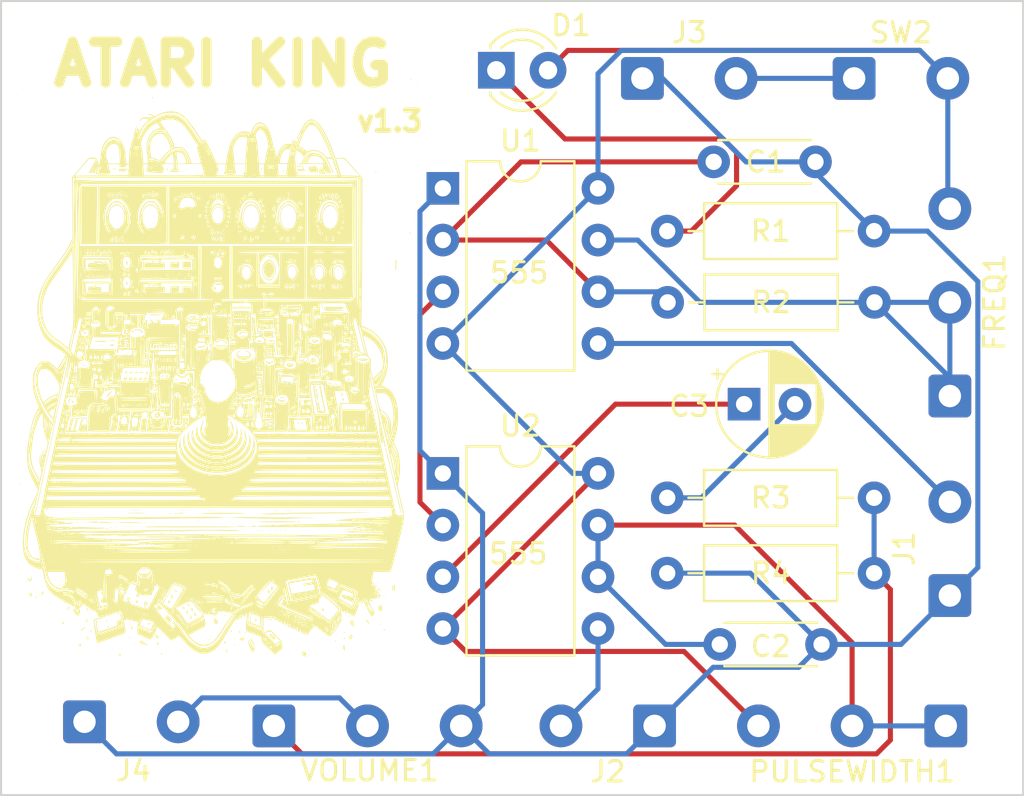
<source format=kicad_pcb>
(kicad_pcb (version 20211014) (generator pcbnew)
  (layers (0 "F.Cu" signal) (31 "B.Cu" signal) (34 "B.Paste" user) (35 "F.Paste" user) (36 "B.SilkS" user "B.Silkscreen") (37 "F.SilkS" user "F.Silkscreen") (38 "B.Mask" user) (39 "F.Mask" user) (44 "Edge.Cuts" user))
  (net 0 "")
  (net 1 "GND")
  (net 2 "Net-(D1-Pad1)")
  (net 3 "/PWR")
  (net 4 "+9V")
  (net 5 "Net-(C1-Pad2)")
  (net 6 "Net-(FREQ1-Pad2)")
  (net 7 "Net-(J1-PadT)")
  (net 8 "Net-(J2-PadT)")
  (net 9 "Net-(J4-PadT)")
  (net 10 "Net-(R3-Pad2)")
  (net 11 "Net-(U1-Pad3)")
  (net 12 "Net-(PULSEWIDTH1-Pad1)")
  (net 13 "Net-(U2-Pad3)")
  (net 14 "Net-(R3-Pad1)")
  (footprint "Resistor_THT:R_Axial_DIN0207_L6.3mm_D2.5mm_P10.16mm_Horizontal" (layer "F.Cu") (at 147.72 74.4)
    (fp_text reference "R3" (at 5.08 0) (layer "F.SilkS"))
    (fp_text value "10K" hide)
    (pad "1" thru_hole circle (at 0 0) (size 1.6 1.6) (drill 0.8) (layers *.Cu *.Mask) (net 14 "Net-(R3-Pad1)"))
    (pad "2" thru_hole oval (at 10.16 0) (size 1.6 1.6) (drill 0.8) (layers *.Cu *.Mask) (net 10 "Net-(R3-Pad2)"))
  )
  (footprint "Connector_Wire:SolderWire-0.5sqmm_1x03_P4.6mm_D0.9mm_OD2.1mm" (layer "F.Cu") (at 128.4 85.6)
    (fp_text reference "VOLUME1" (at 4.7 2.2) (layer "F.SilkS"))
    (fp_text value "5K" hide)
    (pad "1" thru_hole roundrect (at 0 0) (size 2.1 2.1) (drill 1.1) (layers *.Cu *.Mask) (roundrect_rratio 0.1190480952) (net 10 "Net-(R3-Pad2)"))
    (pad "2" thru_hole circle (at 4.6 0) (size 2.1 2.1) (drill 1.1) (layers *.Cu *.Mask) (net 9 "Net-(J4-PadT)"))
    (pad "3" thru_hole circle (at 9.2 0) (size 2.1 2.1) (drill 1.1) (layers *.Cu *.Mask) (net 1 "GND"))
  )
  (footprint "Connector_Wire:SolderWire-0.5sqmm_1x02_P4.6mm_D0.9mm_OD2.1mm" (layer "F.Cu") (at 119.1 85.4)
    (fp_text reference "J4" (at 2.4 2.4) (layer "F.SilkS"))
    (fp_text value "Audio Out" hide)
    (pad "S" thru_hole roundrect (at 0 0) (size 2.1 2.1) (drill 1.1) (layers *.Cu *.Mask) (roundrect_rratio 0.1190480952) (net 1 "GND"))
    (pad "T" thru_hole circle (at 4.6 0) (size 2.1 2.1) (drill 1.1) (layers *.Cu *.Mask) (net 9 "Net-(J4-PadT)"))
  )
  (footprint "Connector_Wire:SolderWire-0.5sqmm_1x02_P4.6mm_D0.9mm_OD2.1mm" (layer "F.Cu") (at 156.9 53.8)
    (fp_text reference "SW2" (at 2.3 -2.25) (layer "F.SilkS"))
    (fp_text value "ON/OFF" hide)
    (pad "1" thru_hole roundrect (at 0 0) (size 2.1 2.1) (drill 1.1) (layers *.Cu *.Mask) (roundrect_rratio 0.1190480952) (net 4 "+9V"))
    (pad "2" thru_hole circle (at 4.6 0) (size 2.1 2.1) (drill 1.1) (layers *.Cu *.Mask) (net 3 "/PWR"))
  )
  (footprint "Package_DIP:DIP-8_W7.62mm" (layer "F.Cu") (at 136.7 73.2)
    (fp_text reference "U2" (at 3.81 -2.33) (layer "F.SilkS"))
    (fp_text value "555" (at 3.7 3.95) (layer "F.SilkS"))
    (pad "1" thru_hole rect (at 0 0) (size 1.6 1.6) (drill 0.8) (layers *.Cu *.Mask) (net 1 "GND"))
    (pad "2" thru_hole oval (at 0 2.54) (size 1.6 1.6) (drill 0.8) (layers *.Cu *.Mask) (net 11 "Net-(U1-Pad3)"))
    (pad "3" thru_hole oval (at 0 5.08) (size 1.6 1.6) (drill 0.8) (layers *.Cu *.Mask) (net 13 "Net-(U2-Pad3)"))
    (pad "4" thru_hole oval (at 0 7.62) (size 1.6 1.6) (drill 0.8) (layers *.Cu *.Mask) (net 3 "/PWR"))
    (pad "5" thru_hole oval (at 7.62 7.62) (size 1.6 1.6) (drill 0.8) (layers *.Cu *.Mask) (net 8 "Net-(J2-PadT)"))
    (pad "6" thru_hole oval (at 7.62 5.08) (size 1.6 1.6) (drill 0.8) (layers *.Cu *.Mask) (net 12 "Net-(PULSEWIDTH1-Pad1)"))
    (pad "7" thru_hole oval (at 7.62 2.54) (size 1.6 1.6) (drill 0.8) (layers *.Cu *.Mask) (net 12 "Net-(PULSEWIDTH1-Pad1)"))
    (pad "8" thru_hole oval (at 7.62 0) (size 1.6 1.6) (drill 0.8) (layers *.Cu *.Mask) (net 3 "/PWR"))
  )
  (footprint "Resistor_THT:R_Axial_DIN0207_L6.3mm_D2.5mm_P10.16mm_Horizontal" (layer "F.Cu") (at 147.72 78.1)
    (fp_text reference "R4" (at 5.08 0) (layer "F.SilkS"))
    (fp_text value "4.7K" hide)
    (pad "1" thru_hole circle (at 0 0) (size 1.6 1.6) (drill 0.8) (layers *.Cu *.Mask) (net 1 "GND"))
    (pad "2" thru_hole oval (at 10.16 0) (size 1.6 1.6) (drill 0.8) (layers *.Cu *.Mask) (net 10 "Net-(R3-Pad2)"))
  )
  (footprint "Capacitor_THT:C_Disc_D4.3mm_W1.9mm_P5.00mm" (layer "F.Cu") (at 155.3 81.6 180)
    (fp_text reference "C2" (at 2.5 -0.1) (layer "F.SilkS"))
    (fp_text value "0.1uf" hide)
    (pad "1" thru_hole circle (at 0 0 180) (size 1.6 1.6) (drill 0.8) (layers *.Cu *.Mask) (net 1 "GND"))
    (pad "2" thru_hole circle (at 5 0 180) (size 1.6 1.6) (drill 0.8) (layers *.Cu *.Mask) (net 12 "Net-(PULSEWIDTH1-Pad1)"))
  )
  (footprint "images:atari_large_long" (layer "F.Cu") (at 125.6 68.8)
    (fp_text reference "G***" hide)
    (fp_text value "LOGO" hide)
  )
  (footprint "Resistor_THT:R_Axial_DIN0207_L6.3mm_D2.5mm_P10.16mm_Horizontal" (layer "F.Cu") (at 157.9 64.8 180)
    (fp_text reference "R2" (at 5.08 0) (layer "F.SilkS"))
    (fp_text value "1K" hide)
    (pad "1" thru_hole circle (at 0 0 180) (size 1.6 1.6) (drill 0.8) (layers *.Cu *.Mask) (net 6 "Net-(FREQ1-Pad2)"))
    (pad "2" thru_hole oval (at 10.16 0 180) (size 1.6 1.6) (drill 0.8) (layers *.Cu *.Mask) (net 5 "Net-(C1-Pad2)"))
  )
  (footprint "Connector_Wire:SolderWire-0.5sqmm_1x03_P4.6mm_D0.9mm_OD2.1mm" (layer "F.Cu") (at 161.4 85.6 180)
    (fp_text reference "PULSEWIDTH1" (at 4.6 -2.25) (layer "F.SilkS"))
    (fp_text value "1M" hide)
    (pad "1" thru_hole roundrect (at 0 0 180) (size 2.1 2.1) (drill 1.1) (layers *.Cu *.Mask) (roundrect_rratio 0.1190480952) (net 12 "Net-(PULSEWIDTH1-Pad1)"))
    (pad "2" thru_hole circle (at 4.6 0 180) (size 2.1 2.1) (drill 1.1) (layers *.Cu *.Mask) (net 12 "Net-(PULSEWIDTH1-Pad1)"))
    (pad "3" thru_hole circle (at 9.2 0 180) (size 2.1 2.1) (drill 1.1) (layers *.Cu *.Mask) (net 3 "/PWR"))
  )
  (footprint "Capacitor_THT:CP_Radial_D5.0mm_P2.50mm" (layer "F.Cu") (at 151.494888 69.8)
    (fp_text reference "C3" (at -2.694888 0.1) (layer "F.SilkS"))
    (fp_text value "10uf" hide)
    (pad "1" thru_hole rect (at 0 0) (size 1.6 1.6) (drill 0.8) (layers *.Cu *.Mask) (net 13 "Net-(U2-Pad3)"))
    (pad "2" thru_hole circle (at 2.5 0) (size 1.6 1.6) (drill 0.8) (layers *.Cu *.Mask) (net 14 "Net-(R3-Pad1)"))
  )
  (footprint "Connector_Wire:SolderWire-0.5sqmm_1x02_P4.6mm_D0.9mm_OD2.1mm" (layer "F.Cu") (at 146.5 53.8)
    (fp_text reference "J3" (at 2.3 -2.25) (layer "F.SilkS"))
    (fp_text value "DC IN" hide)
    (pad "1" thru_hole roundrect (at 0 0) (size 2.1 2.1) (drill 1.1) (layers *.Cu *.Mask) (roundrect_rratio 0.1190480952) (net 1 "GND"))
    (pad "2" thru_hole circle (at 4.6 0) (size 2.1 2.1) (drill 1.1) (layers *.Cu *.Mask) (net 4 "+9V"))
  )
  (footprint "Resistor_THT:R_Axial_DIN0207_L6.3mm_D2.5mm_P10.16mm_Horizontal" (layer "F.Cu") (at 157.88 61.3 180)
    (fp_text reference "R1" (at 5.08 0) (layer "F.SilkS"))
    (fp_text value "1K" hide)
    (pad "1" thru_hole circle (at 0 0 180) (size 1.6 1.6) (drill 0.8) (layers *.Cu *.Mask) (net 1 "GND"))
    (pad "2" thru_hole oval (at 10.16 0 180) (size 1.6 1.6) (drill 0.8) (layers *.Cu *.Mask) (net 2 "Net-(D1-Pad1)"))
  )
  (footprint "Capacitor_THT:C_Disc_D4.3mm_W1.9mm_P5.00mm" (layer "F.Cu") (at 155 57.9 180)
    (fp_text reference "C1" (at 2.45 0 180) (layer "F.SilkS"))
    (fp_text value "0.01uf" hide)
    (pad "1" thru_hole circle (at 0 0 180) (size 1.6 1.6) (drill 0.8) (layers *.Cu *.Mask) (net 1 "GND"))
    (pad "2" thru_hole circle (at 5 0 180) (size 1.6 1.6) (drill 0.8) (layers *.Cu *.Mask) (net 5 "Net-(C1-Pad2)"))
  )
  (footprint "Connector_Wire:SolderWire-0.5sqmm_1x02_P4.6mm_D0.9mm_OD2.1mm" (layer "F.Cu") (at 161.6 79.2 90)
    (fp_text reference "J1" (at 2.3 -2.25 90) (layer "F.SilkS"))
    (fp_text value "FCV" hide)
    (pad "S" thru_hole roundrect (at 0 0 90) (size 2.1 2.1) (drill 1.1) (layers *.Cu *.Mask) (roundrect_rratio 0.1190480952) (net 1 "GND"))
    (pad "T" thru_hole circle (at 4.6 0 90) (size 2.1 2.1) (drill 1.1) (layers *.Cu *.Mask) (net 7 "Net-(J1-PadT)"))
  )
  (footprint "Package_DIP:DIP-8_W7.62mm" (layer "F.Cu") (at 136.7 59.2)
    (fp_text reference "U1" (at 3.81 -2.33) (layer "F.SilkS"))
    (fp_text value "555" (at 3.75 4.15) (layer "F.SilkS"))
    (pad "1" thru_hole rect (at 0 0) (size 1.6 1.6) (drill 0.8) (layers *.Cu *.Mask) (net 1 "GND"))
    (pad "2" thru_hole oval (at 0 2.54) (size 1.6 1.6) (drill 0.8) (layers *.Cu *.Mask) (net 5 "Net-(C1-Pad2)"))
    (pad "3" thru_hole oval (at 0 5.08) (size 1.6 1.6) (drill 0.8) (layers *.Cu *.Mask) (net 11 "Net-(U1-Pad3)"))
    (pad "4" thru_hole oval (at 0 7.62) (size 1.6 1.6) (drill 0.8) (layers *.Cu *.Mask) (net 3 "/PWR"))
    (pad "5" thru_hole oval (at 7.62 7.62) (size 1.6 1.6) (drill 0.8) (layers *.Cu *.Mask) (net 7 "Net-(J1-PadT)"))
    (pad "6" thru_hole oval (at 7.62 5.08) (size 1.6 1.6) (drill 0.8) (layers *.Cu *.Mask) (net 5 "Net-(C1-Pad2)"))
    (pad "7" thru_hole oval (at 7.62 2.54) (size 1.6 1.6) (drill 0.8) (layers *.Cu *.Mask) (net 6 "Net-(FREQ1-Pad2)"))
    (pad "8" thru_hole oval (at 7.62 0) (size 1.6 1.6) (drill 0.8) (layers *.Cu *.Mask) (net 3 "/PWR"))
  )
  (footprint "Connector_Wire:SolderWire-0.5sqmm_1x03_P4.6mm_D0.9mm_OD2.1mm" (layer "F.Cu") (at 161.6 69.4 90)
    (fp_text reference "FREQ1" (at 4.6 2.2 90) (layer "F.SilkS"))
    (fp_text value "1M" hide)
    (pad "1" thru_hole roundrect (at 0 0 90) (size 2.1 2.1) (drill 1.1) (layers *.Cu *.Mask) (roundrect_rratio 0.1190480952) (net 6 "Net-(FREQ1-Pad2)"))
    (pad "2" thru_hole circle (at 4.6 0 90) (size 2.1 2.1) (drill 1.1) (layers *.Cu *.Mask) (net 6 "Net-(FREQ1-Pad2)"))
    (pad "3" thru_hole circle (at 9.2 0 90) (size 2.1 2.1) (drill 1.1) (layers *.Cu *.Mask) (net 3 "/PWR"))
  )
  (footprint "Connector_Wire:SolderWire-0.5sqmm_1x02_P4.6mm_D0.9mm_OD2.1mm" (layer "F.Cu") (at 147.1 85.6 180)
    (fp_text reference "J2" (at 2.3 -2.25) (layer "F.SilkS"))
    (fp_text value "PWCV" hide)
    (pad "S" thru_hole roundrect (at 0 0 180) (size 2.1 2.1) (drill 1.1) (layers *.Cu *.Mask) (roundrect_rratio 0.1190480952) (net 1 "GND"))
    (pad "T" thru_hole circle (at 4.6 0 180) (size 2.1 2.1) (drill 1.1) (layers *.Cu *.Mask) (net 8 "Net-(J2-PadT)"))
  )
  (footprint "LED_THT:LED_D3.0mm" (layer "F.Cu") (at 139.325 53.4)
    (fp_text reference "D1" (at 3.675 -2.2) (layer "F.SilkS"))
    (fp_text value "LED")
    (pad "1" thru_hole rect (at 0 0) (size 1.8 1.8) (drill 0.9) (layers *.Cu *.Mask) (net 2 "Net-(D1-Pad1)"))
    (pad "2" thru_hole circle (at 2.54 0) (size 1.8 1.8) (drill 0.9) (layers *.Cu *.Mask) (net 3 "/PWR"))
  )
  (gr_rect (start 115 50) (end 165.2 89) (layer "Edge.Cuts") (width 0.1) (fill none))
  (gr_text "v1.3" (at 134.1 55.9) (layer "F.SilkS") (effects (font (size 1 1) (thickness 0.25))))
  (gr_text "ATARI KING" (at 125.9 53.1) (layer "F.SilkS") (effects (font (size 2 2) (thickness 0.5))))
  (segment (start 155 58.42) (end 155 57.9) (width 0.25) (layer "B.Cu") (net 1))
  (segment (start 157.88 61.3) (end 155 58.42) (width 0.25) (layer "B.Cu") (net 1))
  (segment (start 154.175489 82.724511) (end 149.975489 82.724511) (width 0.25) (layer "B.Cu") (net 1))
  (segment (start 120.67452 86.97452) (end 119.1 85.4) (width 0.25) (layer "B.Cu") (net 1))
  (segment (start 162.974511 63.774511) (end 162.974511 77.825489) (width 0.25) (layer "B.Cu") (net 1))
  (segment (start 146.5 53.8) (end 147.4903 53.8) (width 0.25) (layer "B.Cu") (net 1))
  (segment (start 147.1 85.6) (end 145.725489 86.974511) (width 0.25) (layer "B.Cu") (net 1))
  (segment (start 159.2 81.6) (end 155.3 81.6) (width 0.25) (layer "B.Cu") (net 1))
  (segment (start 161.6 79.2) (end 159.2 81.6) (width 0.25) (layer "B.Cu") (net 1))
  (segment (start 138.65 75.15) (end 136.7 73.2) (width 0.25) (layer "B.Cu") (net 1))
  (segment (start 138.65 84.55) (end 138.65 75.15) (width 0.25) (layer "B.Cu") (net 1))
  (segment (start 136.7 73.2) (end 135.575489 72.075489) (width 0.25) (layer "B.Cu") (net 1))
  (segment (start 149.975489 82.724511) (end 147.1 85.6) (width 0.25) (layer "B.Cu") (net 1))
  (segment (start 157.88 61.3) (end 160.5 61.3) (width 0.25) (layer "B.Cu") (net 1))
  (segment (start 162.974511 77.825489) (end 161.6 79.2) (width 0.25) (layer "B.Cu") (net 1))
  (segment (start 137.6 85.6) (end 138.65 84.55) (width 0.25) (layer "B.Cu") (net 1))
  (segment (start 136.22548 86.97452) (end 120.67452 86.97452) (width 0.25) (layer "B.Cu") (net 1))
  (segment (start 147.4903 53.8) (end 151.5903 57.9) (width 0.25) (layer "B.Cu") (net 1))
  (segment (start 137.6 85.6) (end 136.22548 86.97452) (width 0.25) (layer "B.Cu") (net 1))
  (segment (start 145.725489 86.974511) (end 138.974511 86.974511) (width 0.25) (layer "B.Cu") (net 1))
  (segment (start 138.974511 86.974511) (end 137.6 85.6) (width 0.25) (layer "B.Cu") (net 1))
  (segment (start 160.5 61.3) (end 162.974511 63.774511) (width 0.25) (layer "B.Cu") (net 1))
  (segment (start 135.575489 60.324511) (end 136.7 59.2) (width 0.25) (layer "B.Cu") (net 1))
  (segment (start 135.575489 72.075489) (end 135.575489 60.324511) (width 0.25) (layer "B.Cu") (net 1))
  (segment (start 155.3 81.6) (end 154.175489 82.724511) (width 0.25) (layer "B.Cu") (net 1))
  (segment (start 151.5903 57.9) (end 155 57.9) (width 0.25) (layer "B.Cu") (net 1))
  (segment (start 147.72 78.1) (end 151.8 78.1) (width 0.25) (layer "B.Cu") (net 1))
  (segment (start 151.8 78.1) (end 155.3 81.6) (width 0.25) (layer "B.Cu") (net 1))
  (segment (start 151.124511 57.434211) (end 151.124511 59.075489) (width 0.25) (layer "F.Cu") (net 2))
  (segment (start 150.465789 56.775489) (end 151.124511 57.434211) (width 0.25) (layer "F.Cu") (net 2))
  (segment (start 148.9 61.3) (end 147.72 61.3) (width 0.25) (layer "F.Cu") (net 2))
  (segment (start 151.124511 59.075489) (end 148.9 61.3) (width 0.25) (layer "F.Cu") (net 2))
  (segment (start 139.325 53.4) (end 142.700489 56.775489) (width 0.25) (layer "F.Cu") (net 2))
  (segment (start 142.700489 56.775489) (end 150.465789 56.775489) (width 0.25) (layer "F.Cu") (net 2))
  (segment (start 136.7 80.82) (end 144.32 73.2) (width 0.25) (layer "F.Cu") (net 3))
  (segment (start 148.544511 81.944511) (end 137.824511 81.944511) (width 0.25) (layer "F.Cu") (net 3))
  (segment (start 142.83952 52.42548) (end 160.12548 52.42548) (width 0.25) (layer "F.Cu") (net 3))
  (segment (start 152.2 85.6) (end 148.544511 81.944511) (width 0.25) (layer "F.Cu") (net 3))
  (segment (start 160.12548 52.42548) (end 161.5 53.8) (width 0.25) (layer "F.Cu") (net 3))
  (segment (start 141.865 53.4) (end 142.83952 52.42548) (width 0.25) (layer "F.Cu") (net 3))
  (segment (start 137.824511 81.944511) (end 136.7 80.82) (width 0.25) (layer "F.Cu") (net 3))
  (segment (start 161.5 53.8) (end 161.5 60.1) (width 0.25) (layer "B.Cu") (net 3))
  (segment (start 161.5 60.1) (end 161.6 60.2) (width 0.25) (layer "B.Cu") (net 3))
  (segment (start 144.32 73.2) (end 143.08 73.2) (width 0.25) (layer "B.Cu") (net 3))
  (segment (start 145.462027 52.42548) (end 144.32 53.567507) (width 0.25) (layer "B.Cu") (net 3))
  (segment (start 161.5 53.8) (end 160.12548 52.42548) (width 0.25) (layer "B.Cu") (net 3))
  (segment (start 136.7 66.82) (end 144.32 59.2) (width 0.25) (layer "B.Cu") (net 3))
  (segment (start 143.08 73.2) (end 136.7 66.82) (width 0.25) (layer "B.Cu") (net 3))
  (segment (start 160.12548 52.42548) (end 145.462027 52.42548) (width 0.25) (layer "B.Cu") (net 3))
  (segment (start 144.32 53.567507) (end 144.32 59.2) (width 0.25) (layer "B.Cu") (net 3))
  (segment (start 151.1 53.8) (end 156.9 53.8) (width 0.25) (layer "B.Cu") (net 4))
  (segment (start 150 57.9) (end 140.54 57.9) (width 0.25) (layer "F.Cu") (net 5))
  (segment (start 136.7 61.74) (end 141.78 61.74) (width 0.25) (layer "F.Cu") (net 5))
  (segment (start 140.54 57.9) (end 136.7 61.74) (width 0.25) (layer "F.Cu") (net 5))
  (segment (start 141.78 61.74) (end 144.002141 63.962141) (width 0.25) (layer "F.Cu") (net 5))
  (segment (start 144.32 64.28) (end 147.22 64.28) (width 0.25) (layer "B.Cu") (net 5))
  (segment (start 147.22 64.28) (end 147.74 64.8) (width 0.25) (layer "B.Cu") (net 5))
  (segment (start 157.9 64.8) (end 161.6 64.8) (width 0.25) (layer "B.Cu") (net 6))
  (segment (start 157.9 64.8) (end 161.6 68.5) (width 0.25) (layer "B.Cu") (net 6))
  (segment (start 144.32 61.74) (end 146.2703 61.74) (width 0.25) (layer "B.Cu") (net 6))
  (segment (start 161.6 69.4) (end 161.6 64.8) (width 0.25) (layer "B.Cu") (net 6))
  (segment (start 146.2703 61.74) (end 149.3303 64.8) (width 0.25) (layer "B.Cu") (net 6))
  (segment (start 161.6 68.5) (end 161.6 69.4) (width 0.25) (layer "B.Cu") (net 6))
  (segment (start 149.3303 64.8) (end 157.9 64.8) (width 0.25) (layer "B.Cu") (net 6))
  (segment (start 161.6 74.6) (end 153.82 66.82) (width 0.25) (layer "B.Cu") (net 7))
  (segment (start 153.82 66.82) (end 144.32 66.82) (width 0.25) (layer "B.Cu") (net 7))
  (segment (start 142.5 85.6) (end 144.32 83.78) (width 0.25) (layer "B.Cu") (net 8))
  (segment (start 144.32 83.78) (end 144.32 80.82) (width 0.25) (layer "B.Cu") (net 8))
  (segment (start 133 85.6) (end 131.62548 84.22548) (width 0.25) (layer "B.Cu") (net 9))
  (segment (start 124.87452 84.22548) (end 123.7 85.4) (width 0.25) (layer "B.Cu") (net 9))
  (segment (start 131.62548 84.22548) (end 124.87452 84.22548) (width 0.25) (layer "B.Cu") (net 9))
  (segment (start 158.679999 78.899999) (end 158.679999 86.294981) (width 0.25) (layer "F.Cu") (net 10))
  (segment (start 129.774511 86.974511) (end 128.4 85.6) (width 0.25) (layer "F.Cu") (net 10))
  (segment (start 158.000469 86.974511) (end 129.774511 86.974511) (width 0.25) (layer "F.Cu") (net 10))
  (segment (start 157.88 78.1) (end 158.679999 78.899999) (width 0.25) (layer "F.Cu") (net 10))
  (segment (start 158.679999 86.294981) (end 158.000469 86.974511) (width 0.25) (layer "F.Cu") (net 10))
  (segment (start 157.88 74.4) (end 157.88 78.1) (width 0.25) (layer "B.Cu") (net 10))
  (segment (start 135.575489 74.615489) (end 136.7 75.74) (width 0.25) (layer "F.Cu") (net 11))
  (segment (start 136.7 64.28) (end 135.575489 65.404511) (width 0.25) (layer "F.Cu") (net 11))
  (segment (start 135.575489 65.404511) (end 135.575489 74.615489) (width 0.25) (layer "F.Cu") (net 11))
  (segment (start 151.0303 75.74) (end 156.8 81.5097) (width 0.25) (layer "F.Cu") (net 12))
  (segment (start 144.32 75.74) (end 151.0303 75.74) (width 0.25) (layer "F.Cu") (net 12))
  (segment (start 156.8 81.5097) (end 156.8 85.6) (width 0.25) (layer "F.Cu") (net 12))
  (segment (start 150.3 81.6) (end 147.64 81.6) (width 0.25) (layer "B.Cu") (net 12))
  (segment (start 156.8 85.6) (end 161.4 85.6) (width 0.25) (layer "B.Cu") (net 12))
  (segment (start 147.64 81.6) (end 144.32 78.28) (width 0.25) (layer "B.Cu") (net 12))
  (segment (start 144.32 78.28) (end 144.32 75.74) (width 0.25) (layer "B.Cu") (net 12))
  (segment (start 145.18 69.8) (end 151.494888 69.8) (width 0.25) (layer "F.Cu") (net 13))
  (segment (start 136.7 78.28) (end 145.18 69.8) (width 0.25) (layer "F.Cu") (net 13))
  (segment (start 147.72 74.4) (end 149.394888 74.4) (width 0.25) (layer "B.Cu") (net 14))
  (segment (start 149.394888 74.4) (end 153.994888 69.8) (width 0.25) (layer "B.Cu") (net 14))
)
</source>
